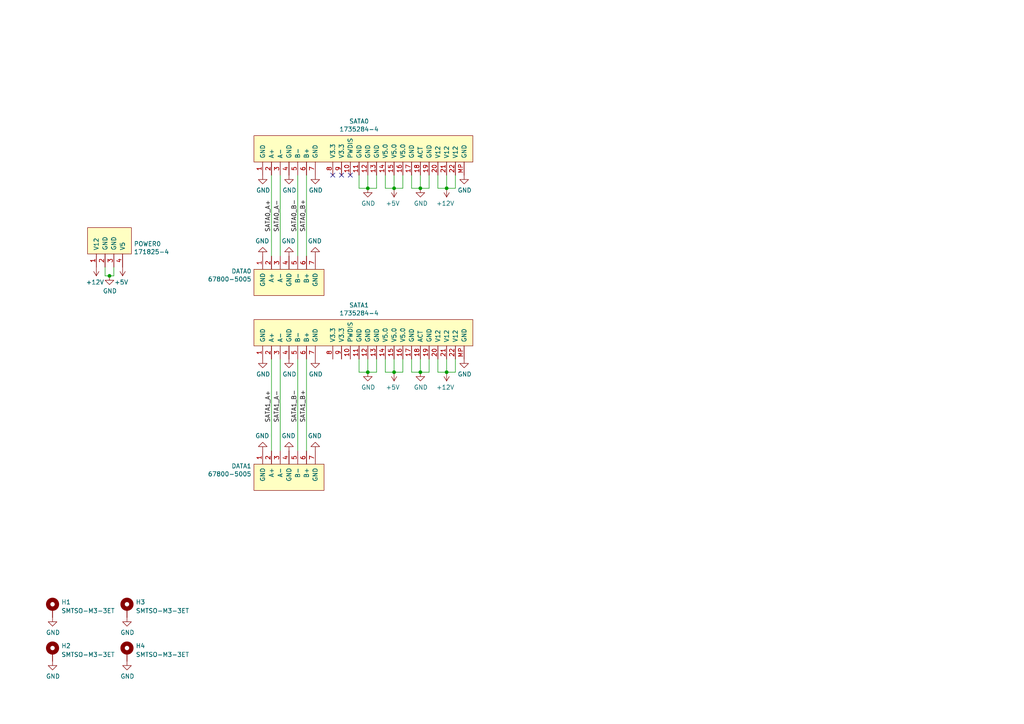
<source format=kicad_sch>
(kicad_sch (version 20230121) (generator eeschema)
  (paper "A4")
  (title_block (title "Thelio IO SATA") (date "2023-04-11") (rev "2.2"))
  (lib_symbols
    (symbol "Mechanical:MountingHole_Pad" (pin_numbers hide) (pin_names (offset 1.016) hide)
      (property "Reference" "H" (at 0 6.35 0))
      (property "Value" "MountingHole_Pad" (at 0 4.445 0))
      (symbol "MountingHole_Pad_0_1"
        (circle (center 0 1.27) (radius 1.27) (stroke (width 1.27)))
      )
      (symbol "MountingHole_Pad_1_1"
        (pin input line (at 0 -2.54 90) (length 2.54) (name "1") (number "1"))
      )
    )
    (symbol "SATA:ATA_FLOPPY_POWER_4" (pin_names (offset 1.016))
      (property "Reference" "U" (at 0 -7.62 0))
      (property "Value" "ATA_FLOPPY_POWER_4" (at 0 7.62 0))
      (symbol "ATA_FLOPPY_POWER_4_1_1"
        (rectangle (start 3.81 6.35) (end -3.81 -6.35) (fill (type background)))
        (pin power_out line (at -7.62 3.81 0) (length 3.81) (name "V12") (number "1"))
        (pin power_out line (at -7.62 1.27 0) (length 3.81) (name "GND") (number "2"))
        (pin power_out line (at -7.62 -1.27 0) (length 3.81) (name "GND") (number "3"))
        (pin power_out line (at -7.62 -3.81 0) (length 3.81) (name "V5") (number "4"))
      )
    )
    (symbol "SATA:SATA_COMBINED_22" (pin_names (offset 1.016))
      (property "Reference" "U" (at 0 -34.29 0))
      (property "Value" "SATA_COMBINED_22" (at 0 31.75 0))
      (symbol "SATA_COMBINED_22_0_1"
        (rectangle (start -3.81 30.48) (end 3.81 -33.02) (fill (type background)))
      )
      (symbol "SATA_COMBINED_22_1_1"
        (pin power_out line (at -7.62 27.94 0) (length 3.81) (name "GND") (number "1"))
        (pin power_out line (at -7.62 2.54 0) (length 3.81) (name "PWDIS") (number "10"))
        (pin power_out line (at -7.62 0 0) (length 3.81) (name "GND") (number "11"))
        (pin power_out line (at -7.62 -2.54 0) (length 3.81) (name "GND") (number "12"))
        (pin power_out line (at -7.62 -5.08 0) (length 3.81) (name "GND") (number "13"))
        (pin power_out line (at -7.62 -7.62 0) (length 3.81) (name "V5.0") (number "14"))
        (pin power_out line (at -7.62 -10.16 0) (length 3.81) (name "V5.0") (number "15"))
        (pin power_out line (at -7.62 -12.7 0) (length 3.81) (name "V5.0") (number "16"))
        (pin power_out line (at -7.62 -15.24 0) (length 3.81) (name "GND") (number "17"))
        (pin open_collector line (at -7.62 -17.78 0) (length 3.81) (name "ACT") (number "18"))
        (pin power_out line (at -7.62 -20.32 0) (length 3.81) (name "GND") (number "19"))
        (pin output line (at -7.62 25.4 0) (length 3.81) (name "A+") (number "2"))
        (pin power_out line (at -7.62 -22.86 0) (length 3.81) (name "V12") (number "20"))
        (pin power_out line (at -7.62 -25.4 0) (length 3.81) (name "V12") (number "21"))
        (pin power_out line (at -7.62 -27.94 0) (length 3.81) (name "V12") (number "22"))
        (pin output line (at -7.62 22.86 0) (length 3.81) (name "A-") (number "3"))
        (pin power_out line (at -7.62 20.32 0) (length 3.81) (name "GND") (number "4"))
        (pin input line (at -7.62 17.78 0) (length 3.81) (name "B-") (number "5"))
        (pin input line (at -7.62 15.24 0) (length 3.81) (name "B+") (number "6"))
        (pin power_out line (at -7.62 12.7 0) (length 3.81) (name "GND") (number "7"))
        (pin power_out line (at -7.62 7.62 0) (length 3.81) (name "V3.3") (number "8"))
        (pin power_out line (at -7.62 5.08 0) (length 3.81) (name "V3.3") (number "9"))
        (pin passive line (at -7.62 -30.48 0) (length 3.81) (name "GND") (number "MP"))
      )
    )
    (symbol "SATA:SATA_DATA_7" (pin_names (offset 1.016))
      (property "Reference" "U" (at 0 -11.43 0))
      (property "Value" "SATA_DATA_7" (at 0 11.43 0))
      (symbol "SATA_DATA_7_0_1"
        (rectangle (start 3.81 10.16) (end -3.81 -10.16) (fill (type background)))
      )
      (symbol "SATA_DATA_7_1_1"
        (pin power_out line (at -7.62 7.62 0) (length 3.81) (name "GND") (number "1"))
        (pin output line (at -7.62 5.08 0) (length 3.81) (name "A+") (number "2"))
        (pin output line (at -7.62 2.54 0) (length 3.81) (name "A-") (number "3"))
        (pin power_out line (at -7.62 0 0) (length 3.81) (name "GND") (number "4"))
        (pin input line (at -7.62 -2.54 0) (length 3.81) (name "B-") (number "5"))
        (pin input line (at -7.62 -5.08 0) (length 3.81) (name "B+") (number "6"))
        (pin power_out line (at -7.62 -7.62 0) (length 3.81) (name "GND") (number "7"))
      )
    )
    (symbol "SATA_COMBINED_22_1" (pin_names (offset 1.016))
      (property "Reference" "U" (at 0 -34.29 0))
      (property "Value" "SATA_COMBINED_22" (at 0 31.75 0))
      (symbol "SATA_COMBINED_22_1_0_1"
        (rectangle (start -3.81 30.48) (end 3.81 -33.02) (fill (type background)))
      )
      (symbol "SATA_COMBINED_22_1_1_1"
        (pin power_out line (at -7.62 27.94 0) (length 3.81) (name "GND") (number "1"))
        (pin power_out line (at -7.62 2.54 0) (length 3.81) (name "PWDIS") (number "10"))
        (pin power_out line (at -7.62 0 0) (length 3.81) (name "GND") (number "11"))
        (pin power_out line (at -7.62 -2.54 0) (length 3.81) (name "GND") (number "12"))
        (pin power_out line (at -7.62 -5.08 0) (length 3.81) (name "GND") (number "13"))
        (pin power_out line (at -7.62 -7.62 0) (length 3.81) (name "V5.0") (number "14"))
        (pin power_out line (at -7.62 -10.16 0) (length 3.81) (name "V5.0") (number "15"))
        (pin power_out line (at -7.62 -12.7 0) (length 3.81) (name "V5.0") (number "16"))
        (pin power_out line (at -7.62 -15.24 0) (length 3.81) (name "GND") (number "17"))
        (pin open_collector line (at -7.62 -17.78 0) (length 3.81) (name "ACT") (number "18"))
        (pin power_out line (at -7.62 -20.32 0) (length 3.81) (name "GND") (number "19"))
        (pin output line (at -7.62 25.4 0) (length 3.81) (name "A+") (number "2"))
        (pin power_out line (at -7.62 -22.86 0) (length 3.81) (name "V12") (number "20"))
        (pin power_out line (at -7.62 -25.4 0) (length 3.81) (name "V12") (number "21"))
        (pin power_out line (at -7.62 -27.94 0) (length 3.81) (name "V12") (number "22"))
        (pin output line (at -7.62 22.86 0) (length 3.81) (name "A-") (number "3"))
        (pin power_out line (at -7.62 20.32 0) (length 3.81) (name "GND") (number "4"))
        (pin input line (at -7.62 17.78 0) (length 3.81) (name "B-") (number "5"))
        (pin input line (at -7.62 15.24 0) (length 3.81) (name "B+") (number "6"))
        (pin power_out line (at -7.62 12.7 0) (length 3.81) (name "GND") (number "7"))
        (pin power_out line (at -7.62 7.62 0) (length 3.81) (name "V3.3") (number "8"))
        (pin power_out line (at -7.62 5.08 0) (length 3.81) (name "V3.3") (number "9"))
        (pin passive line (at -7.62 -30.48 0) (length 3.81) (name "GND") (number "MP"))
      )
    )
    (symbol "power:+12V" (power) (pin_names (offset 0))
      (property "Value" "+12V" (at 0 3.556 0))
      (symbol "+12V_0_1"
        (polyline (pts (xy -0.762 1.27) (xy 0 2.54)))
        (polyline (pts (xy 0 0) (xy 0 2.54)))
        (polyline (pts (xy 0 2.54) (xy 0.762 1.27)))
      )
      (symbol "+12V_1_1"
        (pin power_in line (at 0 0 90) (length 0) hide (name "+12V") (number "1"))
      )
    )
    (symbol "power:+5V" (power) (pin_names (offset 0))
      (property "Value" "+5V" (at 0 3.556 0))
      (symbol "+5V_0_1"
        (polyline (pts (xy -0.762 1.27) (xy 0 2.54)))
        (polyline (pts (xy 0 0) (xy 0 2.54)))
        (polyline (pts (xy 0 2.54) (xy 0.762 1.27)))
      )
      (symbol "+5V_1_1"
        (pin power_in line (at 0 0 90) (length 0) hide (name "+5V") (number "1"))
      )
    )
    (symbol "power:GND" (power) (pin_names (offset 0))
      (property "Value" "GND" (at 0 -3.81 0))
      (symbol "GND_0_1"
        (polyline (pts (xy 0 0) (xy 0 -1.27) (xy 1.27 -1.27) (xy 0 -2.54) (xy -1.27 -1.27) (xy 0 -1.27)))
      )
      (symbol "GND_1_1"
        (pin power_in line (at 0 0 270) (length 0) hide (name "GND") (number "1"))
      )
    )
  )
  (junction (at 114.3 107.95))
  (junction (at 129.54 107.95))
  (junction (at 121.92 54.61))
  (junction (at 31.75 80.01))
  (junction (at 106.68 54.61))
  (junction (at 129.54 54.61))
  (junction (at 106.68 107.95))
  (junction (at 114.3 54.61))
  (junction (at 121.92 107.95))
  (no_connect (at 101.6 50.8))
  (no_connect (at 99.06 50.8))
  (no_connect (at 96.52 50.8))
  (wire (pts (xy 88.9 50.8) (xy 88.9 74.295)))
  (wire (pts (xy 132.08 107.95) (xy 129.54 107.95)))
  (wire (pts (xy 114.3 104.14) (xy 114.3 107.95)))
  (wire (pts (xy 124.46 50.8) (xy 124.46 54.61)))
  (wire (pts (xy 129.54 54.61) (xy 127 54.61)))
  (wire (pts (xy 109.22 54.61) (xy 106.68 54.61)))
  (wire (pts (xy 33.02 80.01) (xy 31.75 80.01)))
  (wire (pts (xy 88.9 104.14) (xy 88.9 130.81)))
  (wire (pts (xy 78.74 50.8) (xy 78.74 74.295)))
  (wire (pts (xy 78.74 104.14) (xy 78.74 130.81)))
  (wire (pts (xy 106.68 50.8) (xy 106.68 54.61)))
  (wire (pts (xy 109.22 107.95) (xy 106.68 107.95)))
  (wire (pts (xy 124.46 54.61) (xy 121.92 54.61)))
  (wire (pts (xy 104.14 107.95) (xy 104.14 104.14)))
  (wire (pts (xy 106.68 54.61) (xy 104.14 54.61)))
  (wire (pts (xy 111.76 54.61) (xy 111.76 50.8)))
  (wire (pts (xy 124.46 107.95) (xy 121.92 107.95)))
  (wire (pts (xy 129.54 50.8) (xy 129.54 54.61)))
  (wire (pts (xy 119.38 54.61) (xy 119.38 50.8)))
  (wire (pts (xy 132.08 104.14) (xy 132.08 107.95)))
  (wire (pts (xy 132.08 54.61) (xy 129.54 54.61)))
  (wire (pts (xy 30.48 77.47) (xy 30.48 80.01)))
  (wire (pts (xy 129.54 104.14) (xy 129.54 107.95)))
  (wire (pts (xy 121.92 107.95) (xy 119.38 107.95)))
  (wire (pts (xy 132.08 50.8) (xy 132.08 54.61)))
  (wire (pts (xy 86.36 104.14) (xy 86.36 130.81)))
  (wire (pts (xy 33.02 77.47) (xy 33.02 80.01)))
  (wire (pts (xy 114.3 50.8) (xy 114.3 54.61)))
  (wire (pts (xy 106.68 104.14) (xy 106.68 107.95)))
  (wire (pts (xy 114.3 54.61) (xy 111.76 54.61)))
  (wire (pts (xy 116.84 54.61) (xy 114.3 54.61)))
  (wire (pts (xy 119.38 107.95) (xy 119.38 104.14)))
  (wire (pts (xy 127 54.61) (xy 127 50.8)))
  (wire (pts (xy 81.28 50.8) (xy 81.28 74.295)))
  (wire (pts (xy 114.3 107.95) (xy 111.76 107.95)))
  (wire (pts (xy 124.46 104.14) (xy 124.46 107.95)))
  (wire (pts (xy 129.54 107.95) (xy 127 107.95)))
  (wire (pts (xy 116.84 107.95) (xy 114.3 107.95)))
  (wire (pts (xy 111.76 107.95) (xy 111.76 104.14)))
  (wire (pts (xy 86.36 50.8) (xy 86.36 74.295)))
  (wire (pts (xy 109.22 104.14) (xy 109.22 107.95)))
  (wire (pts (xy 104.14 54.61) (xy 104.14 50.8)))
  (wire (pts (xy 121.92 104.14) (xy 121.92 107.95)))
  (wire (pts (xy 81.28 104.14) (xy 81.28 130.81)))
  (wire (pts (xy 127 107.95) (xy 127 104.14)))
  (wire (pts (xy 109.22 50.8) (xy 109.22 54.61)))
  (wire (pts (xy 116.84 104.14) (xy 116.84 107.95)))
  (wire (pts (xy 116.84 50.8) (xy 116.84 54.61)))
  (wire (pts (xy 121.92 54.61) (xy 119.38 54.61)))
  (wire (pts (xy 121.92 50.8) (xy 121.92 54.61)))
  (wire (pts (xy 30.48 80.01) (xy 31.75 80.01)))
  (wire (pts (xy 106.68 107.95) (xy 104.14 107.95)))
  (label "SATA1_A-" (at 81.28 122.555 90))
  (label "SATA0_B+" (at 88.9 67.31 90))
  (label "SATA0_A-" (at 81.28 67.31 90))
  (label "SATA1_A+" (at 78.74 122.555 90))
  (label "SATA0_A+" (at 78.74 67.31 90))
  (label "SATA1_B-" (at 86.36 122.555 90))
  (label "SATA1_B+" (at 88.9 122.555 90))
  (label "SATA0_B-" (at 86.36 67.31 90))
  (symbol (lib_id "SATA:ATA_FLOPPY_POWER_4") (at 31.75 69.85 90) (unit 1)
    (property "Reference" "POWER0" (at 38.8112 70.739 90) (effects (justify right)))
    (property "Value" "171825-4" (at 38.8112 73.0504 90) (effects (justify right)))
    (property "Footprint" "SATA:ATA_FLOPPY_POWER_4" (effects hide))
    (property "Datasheet" "lib/SATA/ATA_POWER_4.pdf" (effects hide))
    (property "Manufacturer" "TE Connectivity" (effects hide))
    (property "Description" "ATA floppy power connector" (effects hide))
  )
  (symbol (lib_id "power:+5V") (at 35.56 77.47 180) (unit 1)
    (property "Reference" "#PWR0101" (effects hide))
    (property "Value" "+5V" (at 35.179 81.8642 0))
  )
  (symbol (lib_id "power:GND") (at 31.75 80.01 0) (unit 1)
    (property "Reference" "#PWR0102" (effects hide))
    (property "Value" "GND" (at 31.877 84.4042 0))
  )
  (symbol (lib_id "power:+12V") (at 27.94 77.47 180) (unit 1)
    (property "Reference" "#PWR0103" (effects hide))
    (property "Value" "+12V" (at 27.559 81.8642 0))
  )
  (symbol (lib_id "power:+5V") (at 114.3 54.61 180) (unit 1)
    (property "Reference" "#PWR0136" (effects hide))
    (property "Value" "+5V" (at 113.919 59.0042 0))
  )
  (symbol (lib_id "Mechanical:MountingHole_Pad") (at 36.83 176.53 0) (unit 1)
    (property "Reference" "H3" (at 39.37 174.625 0) (effects (justify left)))
    (property "Value" "SMTSO-M3-3ET" (at 39.37 177.165 0) (effects (justify left)))
    (property "Footprint" "SMTSO:SMTSO-M3-3" (effects hide))
    (property "Description" "M3 SMT mounting nut" (effects hide))
    (property "Manufacturer" "PEM" (effects hide))
  )
  (symbol (lib_id "power:GND") (at 76.2 130.81 180) (unit 1)
    (property "Reference" "#PWR0131" (effects hide))
    (property "Value" "GND" (at 76.073 126.4158 0))
  )
  (symbol (lib_id "power:+12V") (at 129.54 54.61 180) (unit 1)
    (property "Reference" "#PWR0130" (effects hide))
    (property "Value" "+12V" (at 129.159 59.0042 0))
  )
  (symbol (lib_id "power:GND") (at 15.24 179.07 0) (unit 1)
    (property "Reference" "#PWR01" (effects hide))
    (property "Value" "GND" (at 15.367 183.4642 0))
  )
  (symbol (lib_id "power:GND") (at 91.44 50.8 0) (unit 1)
    (property "Reference" "#PWR0141" (effects hide))
    (property "Value" "GND" (at 91.567 55.1942 0))
  )
  (symbol (lib_name "SATA_COMBINED_22_1") (lib_id "SATA:SATA_COMBINED_22") (at 104.14 43.18 90) (unit 1)
    (property "Reference" "SATA0" (at 104.14 35.179 90))
    (property "Value" "1735284-4" (at 104.14 37.4904 90))
    (property "Footprint" "SATA:SATA_COMBINED_22" (effects hide))
    (property "Datasheet" "lib/SATA/SATA_COMBINED_22.pdf" (effects hide))
    (property "Manufacturer" "TE Connectivity" (effects hide))
    (property "Description" "SATA drive connector" (effects hide))
  )
  (symbol (lib_id "power:GND") (at 91.44 74.295 180) (unit 1)
    (property "Reference" "#PWR0139" (effects hide))
    (property "Value" "GND" (at 91.313 69.9008 0))
  )
  (symbol (lib_id "power:GND") (at 36.83 179.07 0) (unit 1)
    (property "Reference" "#PWR03" (effects hide))
    (property "Value" "GND" (at 36.957 183.4642 0))
  )
  (symbol (lib_id "power:GND") (at 15.24 191.77 0) (unit 1)
    (property "Reference" "#PWR02" (effects hide))
    (property "Value" "GND" (at 15.367 196.1642 0))
  )
  (symbol (lib_id "SATA:SATA_COMBINED_22") (at 104.14 96.52 90) (unit 1)
    (property "Reference" "SATA1" (at 104.14 88.519 90))
    (property "Value" "1735284-4" (at 104.14 90.8304 90))
    (property "Footprint" "SATA:SATA_COMBINED_22" (effects hide))
    (property "Datasheet" "lib/SATA/SATA_COMBINED_22.pdf" (effects hide))
    (property "Manufacturer" "TE Connectivity" (effects hide))
    (property "Description" "SATA drive connector" (effects hide))
  )
  (symbol (lib_id "power:GND") (at 91.44 130.81 180) (unit 1)
    (property "Reference" "#PWR0104" (effects hide))
    (property "Value" "GND" (at 91.313 126.4158 0))
  )
  (symbol (lib_id "power:GND") (at 36.83 191.77 0) (unit 1)
    (property "Reference" "#PWR04" (effects hide))
    (property "Value" "GND" (at 36.957 196.1642 0))
  )
  (symbol (lib_id "power:GND") (at 134.62 50.8 0) (unit 1)
    (property "Reference" "#PWR07" (effects hide))
    (property "Value" "GND" (at 134.747 55.1942 0))
  )
  (symbol (lib_id "SATA:SATA_DATA_7") (at 83.82 138.43 90) (mirror x) (unit 1)
    (property "Reference" "DATA1" (at 72.9488 135.1788 90) (effects (justify left)))
    (property "Value" "67800-5005" (at 72.9488 137.4902 90) (effects (justify left)))
    (property "Footprint" "SATA:SATA_DATA_7" (effects hide))
    (property "Datasheet" "lib/SATA/SATA_DATA_7.pdf" (effects hide))
    (property "Manufacturer" "Molex" (effects hide))
    (property "Description" "SATA 7 pin cable connector" (effects hide))
  )
  (symbol (lib_id "power:GND") (at 91.44 104.14 0) (unit 1)
    (property "Reference" "#PWR0105" (effects hide))
    (property "Value" "GND" (at 91.567 108.5342 0))
  )
  (symbol (lib_id "power:+5V") (at 114.3 107.95 180) (unit 1)
    (property "Reference" "#PWR0106" (effects hide))
    (property "Value" "+5V" (at 113.919 112.3442 0))
  )
  (symbol (lib_id "SATA:SATA_DATA_7") (at 83.82 81.915 90) (mirror x) (unit 1)
    (property "Reference" "DATA0" (at 72.9488 78.6638 90) (effects (justify left)))
    (property "Value" "67800-5005" (at 72.9488 80.9752 90) (effects (justify left)))
    (property "Footprint" "SATA:SATA_DATA_7" (effects hide))
    (property "Datasheet" "lib/SATA/SATA_DATA_7.pdf" (effects hide))
    (property "Manufacturer" "Molex" (effects hide))
    (property "Description" "SATA 7 pin cable connector" (effects hide))
  )
  (symbol (lib_id "power:GND") (at 83.82 130.81 180) (unit 1)
    (property "Reference" "#PWR0134" (effects hide))
    (property "Value" "GND" (at 83.693 126.4158 0))
  )
  (symbol (lib_id "power:GND") (at 106.68 107.95 0) (unit 1)
    (property "Reference" "#PWR0108" (effects hide))
    (property "Value" "GND" (at 106.807 112.3442 0))
  )
  (symbol (lib_id "power:GND") (at 76.2 104.14 0) (unit 1)
    (property "Reference" "#PWR0132" (effects hide))
    (property "Value" "GND" (at 76.327 108.5342 0))
  )
  (symbol (lib_id "power:GND") (at 83.82 104.14 0) (unit 1)
    (property "Reference" "#PWR0135" (effects hide))
    (property "Value" "GND" (at 83.947 108.5342 0))
  )
  (symbol (lib_id "power:GND") (at 121.92 107.95 0) (unit 1)
    (property "Reference" "#PWR0107" (effects hide))
    (property "Value" "GND" (at 122.047 112.3442 0))
  )
  (symbol (lib_id "power:GND") (at 76.2 74.295 180) (unit 1)
    (property "Reference" "#PWR0142" (effects hide))
    (property "Value" "GND" (at 76.073 69.9008 0))
  )
  (symbol (lib_id "power:+12V") (at 129.54 107.95 180) (unit 1)
    (property "Reference" "#PWR0109" (effects hide))
    (property "Value" "+12V" (at 129.159 112.3442 0))
  )
  (symbol (lib_id "Mechanical:MountingHole_Pad") (at 15.24 176.53 0) (unit 1)
    (property "Reference" "H1" (at 17.78 174.625 0) (effects (justify left)))
    (property "Value" "SMTSO-M3-3ET" (at 17.78 177.165 0) (effects (justify left)))
    (property "Footprint" "SMTSO:SMTSO-M3-3" (effects hide))
    (property "Description" "M3 SMT mounting nut" (effects hide))
    (property "Manufacturer" "PEM" (effects hide))
  )
  (symbol (lib_id "power:GND") (at 121.92 54.61 0) (unit 1)
    (property "Reference" "#PWR0133" (effects hide))
    (property "Value" "GND" (at 122.047 59.0042 0))
  )
  (symbol (lib_id "Mechanical:MountingHole_Pad") (at 15.24 189.23 0) (unit 1)
    (property "Reference" "H2" (at 17.78 187.325 0) (effects (justify left)))
    (property "Value" "SMTSO-M3-3ET" (at 17.78 189.865 0) (effects (justify left)))
    (property "Footprint" "SMTSO:SMTSO-M3-3" (effects hide))
    (property "Description" "M3 SMT mounting nut" (effects hide))
    (property "Manufacturer" "PEM" (effects hide))
  )
  (symbol (lib_id "power:GND") (at 83.82 74.295 180) (unit 1)
    (property "Reference" "#PWR0143" (effects hide))
    (property "Value" "GND" (at 83.693 69.9008 0))
  )
  (symbol (lib_id "power:GND") (at 76.2 50.8 0) (unit 1)
    (property "Reference" "#PWR0138" (effects hide))
    (property "Value" "GND" (at 76.327 55.1942 0))
  )
  (symbol (lib_id "power:GND") (at 106.68 54.61 0) (unit 1)
    (property "Reference" "#PWR0140" (effects hide))
    (property "Value" "GND" (at 106.807 59.0042 0))
  )
  (symbol (lib_id "power:GND") (at 83.82 50.8 0) (unit 1)
    (property "Reference" "#PWR0137" (effects hide))
    (property "Value" "GND" (at 83.947 55.1942 0))
  )
  (symbol (lib_id "Mechanical:MountingHole_Pad") (at 36.83 189.23 0) (unit 1)
    (property "Reference" "H4" (at 39.37 187.325 0) (effects (justify left)))
    (property "Value" "SMTSO-M3-3ET" (at 39.37 189.865 0) (effects (justify left)))
    (property "Footprint" "SMTSO:SMTSO-M3-3" (effects hide))
    (property "Description" "M3 SMT mounting nut" (effects hide))
    (property "Manufacturer" "PEM" (effects hide))
  )
  (symbol (lib_id "power:GND") (at 134.62 104.14 0) (unit 1)
    (property "Reference" "#PWR08" (effects hide))
    (property "Value" "GND" (at 134.747 108.5342 0))
  )
)
</source>
